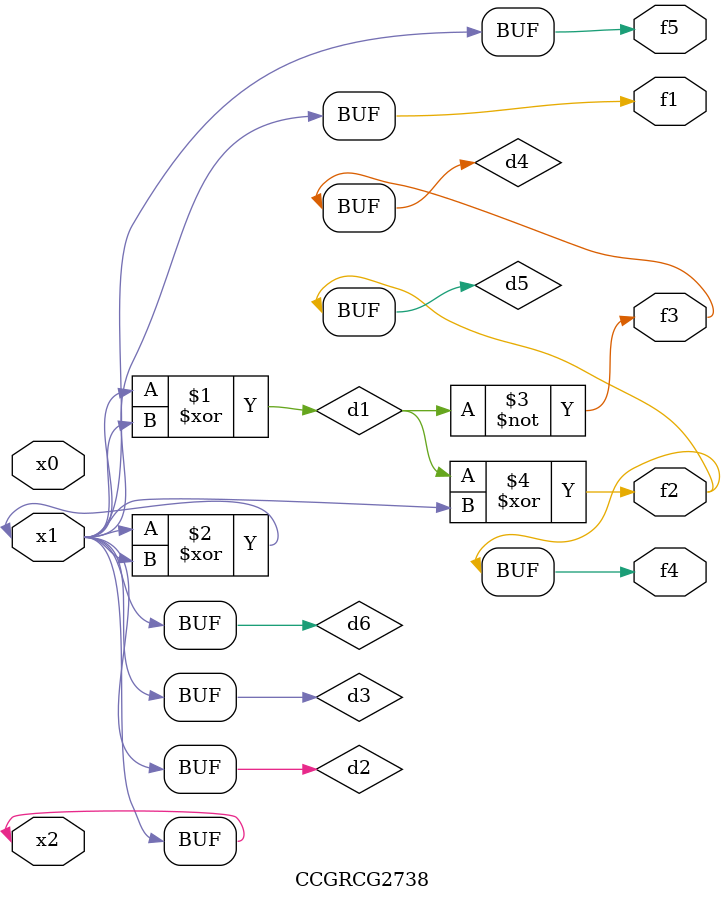
<source format=v>
module CCGRCG2738(
	input x0, x1, x2,
	output f1, f2, f3, f4, f5
);

	wire d1, d2, d3, d4, d5, d6;

	xor (d1, x1, x2);
	buf (d2, x1, x2);
	xor (d3, x1, x2);
	nor (d4, d1);
	xor (d5, d1, d2);
	buf (d6, d2, d3);
	assign f1 = d6;
	assign f2 = d5;
	assign f3 = d4;
	assign f4 = d5;
	assign f5 = d6;
endmodule

</source>
